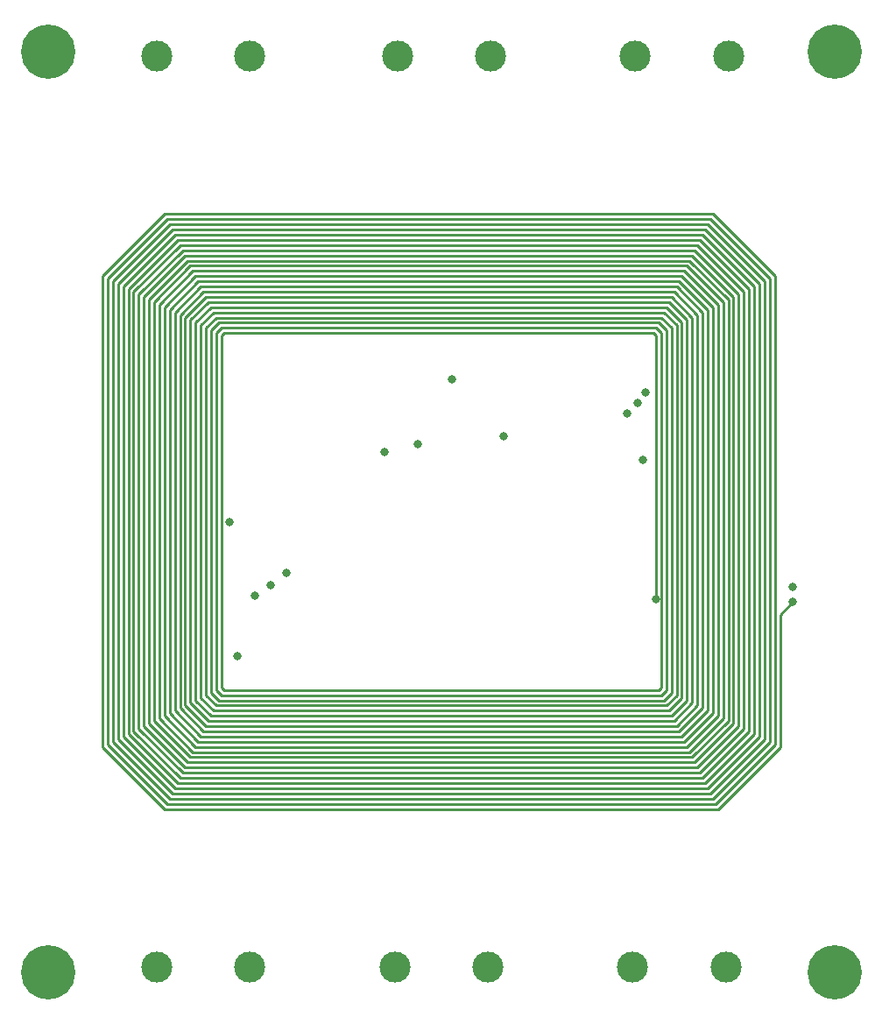
<source format=gbr>
%TF.GenerationSoftware,KiCad,Pcbnew,(5.1.10)-1*%
%TF.CreationDate,2022-05-09T17:55:47-07:00*%
%TF.ProjectId,solar-panel-NoCutout,736f6c61-722d-4706-916e-656c2d4e6f43,1.0*%
%TF.SameCoordinates,Original*%
%TF.FileFunction,Copper,L2,Inr*%
%TF.FilePolarity,Positive*%
%FSLAX46Y46*%
G04 Gerber Fmt 4.6, Leading zero omitted, Abs format (unit mm)*
G04 Created by KiCad (PCBNEW (5.1.10)-1) date 2022-05-09 17:55:47*
%MOMM*%
%LPD*%
G01*
G04 APERTURE LIST*
%TA.AperFunction,ComponentPad*%
%ADD10C,5.250000*%
%TD*%
%TA.AperFunction,ComponentPad*%
%ADD11C,3.000000*%
%TD*%
%TA.AperFunction,ViaPad*%
%ADD12C,0.800000*%
%TD*%
%TA.AperFunction,Conductor*%
%ADD13C,0.250000*%
%TD*%
G04 APERTURE END LIST*
D10*
%TO.N,Net-(J2-Pad1)*%
%TO.C,J2*%
X106500000Y-70300000D03*
%TD*%
%TO.N,Net-(J5-Pad1)*%
%TO.C,J5*%
X182500000Y-159300000D03*
%TD*%
%TO.N,Net-(J4-Pad1)*%
%TO.C,J4*%
X182500000Y-70300000D03*
%TD*%
%TO.N,Net-(J3-Pad1)*%
%TO.C,J3*%
X106500000Y-159300000D03*
%TD*%
D11*
%TO.N,GND*%
%TO.C,SC6*%
X172250000Y-70750000D03*
%TO.N,Net-(SC5-Pad2)*%
X163250000Y-70750000D03*
%TD*%
%TO.N,Net-(SC5-Pad2)*%
%TO.C,SC5*%
X163000000Y-158750000D03*
%TO.N,Net-(D3-Pad2)*%
X172000000Y-158750000D03*
%TD*%
%TO.N,GND*%
%TO.C,SC4*%
X149250000Y-70750000D03*
%TO.N,Net-(SC3-Pad2)*%
X140250000Y-70750000D03*
%TD*%
%TO.N,Net-(SC3-Pad2)*%
%TO.C,SC3*%
X140000000Y-158750000D03*
%TO.N,Net-(D2-Pad2)*%
X149000000Y-158750000D03*
%TD*%
%TO.N,GND*%
%TO.C,SC2*%
X126000000Y-70750000D03*
%TO.N,Net-(SC1-Pad2)*%
X117000000Y-70750000D03*
%TD*%
%TO.N,Net-(SC1-Pad2)*%
%TO.C,SC1*%
X117000000Y-158750000D03*
%TO.N,Net-(D1-Pad2)*%
X126000000Y-158750000D03*
%TD*%
D12*
%TO.N,GND*%
X124000000Y-115750000D03*
X164000000Y-109750000D03*
X145500000Y-102000000D03*
%TO.N,+3V3*%
X164250000Y-103250000D03*
X150500000Y-107500000D03*
X126500000Y-122894997D03*
%TO.N,VSOLAR*%
X124750000Y-128750000D03*
%TO.N,SDA*%
X162500000Y-105250000D03*
X139000000Y-109000000D03*
X129500000Y-120644998D03*
%TO.N,SCL*%
X163500000Y-104250000D03*
X142250000Y-108250000D03*
X128000000Y-121894996D03*
%TO.N,Net-(U2-Pad6)*%
X165250000Y-123250000D03*
X178500000Y-122000000D03*
X178500000Y-123500000D03*
%TD*%
D13*
%TO.N,Net-(U2-Pad6)*%
X123500000Y-97500000D02*
X123250000Y-97750000D01*
X165250000Y-97750000D02*
X165000000Y-97500000D01*
X123500000Y-132000000D02*
X123250000Y-131750000D01*
X165500000Y-132000000D02*
X123500000Y-132000000D01*
X165750000Y-131750000D02*
X165500000Y-132000000D01*
X165750000Y-97500000D02*
X165750000Y-131750000D01*
X165250000Y-97000000D02*
X165750000Y-97500000D01*
X123250000Y-97000000D02*
X165250000Y-97000000D01*
X122750000Y-97500000D02*
X123250000Y-97000000D01*
X122750000Y-132000000D02*
X122750000Y-97500000D01*
X123250000Y-132500000D02*
X122750000Y-132000000D01*
X165750000Y-132500000D02*
X123250000Y-132500000D01*
X166250000Y-132000000D02*
X165750000Y-132500000D01*
X166250000Y-97250000D02*
X166250000Y-132000000D01*
X165500000Y-96500000D02*
X166250000Y-97250000D01*
X123000000Y-96500000D02*
X165500000Y-96500000D01*
X122250000Y-97250000D02*
X123000000Y-96500000D01*
X122250000Y-132250000D02*
X122250000Y-97250000D01*
X123000000Y-133000000D02*
X122250000Y-132250000D01*
X166000000Y-133000000D02*
X123000000Y-133000000D01*
X166750000Y-132250000D02*
X166000000Y-133000000D01*
X166750000Y-97000000D02*
X166750000Y-132250000D01*
X165750000Y-96000000D02*
X166750000Y-97000000D01*
X122750000Y-96000000D02*
X165750000Y-96000000D01*
X121750000Y-97000000D02*
X122750000Y-96000000D01*
X121750000Y-132500000D02*
X121750000Y-97000000D01*
X122750000Y-133500000D02*
X121750000Y-132500000D01*
X166250000Y-133500000D02*
X122750000Y-133500000D01*
X167250000Y-132500000D02*
X166250000Y-133500000D01*
X167250000Y-96750000D02*
X167250000Y-132500000D01*
X166000000Y-95500000D02*
X167250000Y-96750000D01*
X122500000Y-95500000D02*
X166000000Y-95500000D01*
X121250000Y-96750000D02*
X122500000Y-95500000D01*
X121250000Y-132750000D02*
X121250000Y-96750000D01*
X122500000Y-134000000D02*
X121250000Y-132750000D01*
X166500000Y-134000000D02*
X122500000Y-134000000D01*
X167750000Y-132750000D02*
X166500000Y-134000000D01*
X167750000Y-96500000D02*
X167750000Y-132750000D01*
X166250000Y-95000000D02*
X167750000Y-96500000D01*
X122250000Y-95000000D02*
X166250000Y-95000000D01*
X120750000Y-96500000D02*
X122250000Y-95000000D01*
X120750000Y-133000000D02*
X120750000Y-96500000D01*
X122250000Y-134500000D02*
X120750000Y-133000000D01*
X166750000Y-134500000D02*
X122250000Y-134500000D01*
X168250000Y-133000000D02*
X166750000Y-134500000D01*
X168250000Y-96250000D02*
X168250000Y-133000000D01*
X166500000Y-94500000D02*
X168250000Y-96250000D01*
X122000000Y-94500000D02*
X166500000Y-94500000D01*
X120250000Y-96250000D02*
X122000000Y-94500000D01*
X120250000Y-133250000D02*
X120250000Y-96250000D01*
X122000000Y-135000000D02*
X120250000Y-133250000D01*
X167000000Y-135000000D02*
X122000000Y-135000000D01*
X168750000Y-133250000D02*
X167000000Y-135000000D01*
X168750000Y-96000000D02*
X168750000Y-133250000D01*
X166750000Y-94000000D02*
X168750000Y-96000000D01*
X121750000Y-94000000D02*
X166750000Y-94000000D01*
X119750000Y-96000000D02*
X121750000Y-94000000D01*
X119750000Y-133500000D02*
X119750000Y-96000000D01*
X121750000Y-135500000D02*
X119750000Y-133500000D01*
X167250000Y-135500000D02*
X121750000Y-135500000D01*
X169250000Y-133500000D02*
X167250000Y-135500000D01*
X169250000Y-95750000D02*
X169250000Y-133500000D01*
X167000000Y-93500000D02*
X169250000Y-95750000D01*
X173750000Y-135750000D02*
X169500000Y-140000000D01*
X169250000Y-89000000D02*
X173750000Y-93500000D01*
X119250000Y-89000000D02*
X169250000Y-89000000D01*
X114750000Y-93500000D02*
X119250000Y-89000000D01*
X114750000Y-136000000D02*
X114750000Y-93500000D01*
X174250000Y-136000000D02*
X169750000Y-140500000D01*
X174250000Y-93250000D02*
X174250000Y-136000000D01*
X169500000Y-88500000D02*
X174250000Y-93250000D01*
X119000000Y-88500000D02*
X169500000Y-88500000D01*
X174750000Y-136250000D02*
X170000000Y-141000000D01*
X118750000Y-88000000D02*
X169750000Y-88000000D01*
X119250000Y-140500000D02*
X114750000Y-136000000D01*
X113750000Y-93000000D02*
X118750000Y-88000000D01*
X113750000Y-136500000D02*
X113750000Y-93000000D01*
X118750000Y-141500000D02*
X113750000Y-136500000D01*
X170750000Y-134250000D02*
X168000000Y-137000000D01*
X170000000Y-141000000D02*
X119000000Y-141000000D01*
X170250000Y-141500000D02*
X118750000Y-141500000D01*
X175250000Y-136500000D02*
X170250000Y-141500000D01*
X175250000Y-92750000D02*
X175250000Y-136500000D01*
X170000000Y-87500000D02*
X175250000Y-92750000D01*
X118500000Y-87500000D02*
X170000000Y-87500000D01*
X167750000Y-92000000D02*
X170750000Y-95000000D01*
X118000000Y-143000000D02*
X112250000Y-137250000D01*
X171250000Y-143500000D02*
X117750000Y-143500000D01*
X121250000Y-93000000D02*
X167250000Y-93000000D01*
X176750000Y-137250000D02*
X171000000Y-143000000D01*
X169750000Y-95500000D02*
X169750000Y-133750000D01*
X174750000Y-93000000D02*
X174750000Y-136250000D01*
X170750000Y-86000000D02*
X176750000Y-92000000D01*
X118500000Y-142000000D02*
X113250000Y-136750000D01*
X112250000Y-137250000D02*
X112250000Y-92250000D01*
X111750000Y-92000000D02*
X117750000Y-86000000D01*
X118250000Y-87000000D02*
X170250000Y-87000000D01*
X111750000Y-137500000D02*
X111750000Y-92000000D01*
X117750000Y-143500000D02*
X111750000Y-137500000D01*
X173750000Y-93500000D02*
X173750000Y-135750000D01*
X171000000Y-143000000D02*
X118000000Y-143000000D01*
X167500000Y-92500000D02*
X170250000Y-95250000D01*
X114250000Y-93250000D02*
X119000000Y-88500000D01*
X113250000Y-136750000D02*
X113250000Y-92750000D01*
X121000000Y-92500000D02*
X167500000Y-92500000D01*
X177250000Y-137500000D02*
X171250000Y-143500000D01*
X169750000Y-133750000D02*
X167500000Y-136000000D01*
X114250000Y-136250000D02*
X114250000Y-93250000D01*
X117750000Y-86000000D02*
X170750000Y-86000000D01*
X119000000Y-141000000D02*
X114250000Y-136250000D01*
X113250000Y-92750000D02*
X118500000Y-87500000D01*
X121250000Y-136500000D02*
X118750000Y-134000000D01*
X112250000Y-92250000D02*
X118000000Y-86500000D01*
X167750000Y-136500000D02*
X121250000Y-136500000D01*
X169750000Y-140500000D02*
X119250000Y-140500000D01*
X169750000Y-88000000D02*
X174750000Y-93000000D01*
X118000000Y-86500000D02*
X170500000Y-86500000D01*
X117250000Y-134750000D02*
X117250000Y-94750000D01*
X175750000Y-92500000D02*
X175750000Y-136750000D01*
X170500000Y-86500000D02*
X176250000Y-92250000D01*
X121500000Y-136000000D02*
X119250000Y-133750000D01*
X176250000Y-92250000D02*
X176250000Y-137000000D01*
X170250000Y-87000000D02*
X175750000Y-92500000D01*
X176250000Y-137000000D02*
X170750000Y-142500000D01*
X170750000Y-142500000D02*
X118250000Y-142500000D01*
X121000000Y-137000000D02*
X118250000Y-134250000D01*
X118250000Y-142500000D02*
X112750000Y-137000000D01*
X170750000Y-95000000D02*
X170750000Y-134250000D01*
X112750000Y-137000000D02*
X112750000Y-92500000D01*
X169500000Y-140000000D02*
X119500000Y-140000000D01*
X112750000Y-92500000D02*
X118250000Y-87000000D01*
X176750000Y-92000000D02*
X176750000Y-137250000D01*
X170250000Y-134000000D02*
X167750000Y-136500000D01*
X175750000Y-136750000D02*
X170500000Y-142000000D01*
X167250000Y-93000000D02*
X169750000Y-95500000D01*
X170500000Y-142000000D02*
X118500000Y-142000000D01*
X119500000Y-140000000D02*
X115250000Y-135750000D01*
X115250000Y-135750000D02*
X115250000Y-93750000D01*
X115250000Y-93750000D02*
X119500000Y-89500000D01*
X119500000Y-89500000D02*
X169000000Y-89500000D01*
X169000000Y-89500000D02*
X173250000Y-93750000D01*
X173250000Y-93750000D02*
X173250000Y-135500000D01*
X173250000Y-135500000D02*
X169250000Y-139500000D01*
X169250000Y-139500000D02*
X119750000Y-139500000D01*
X119750000Y-139500000D02*
X115750000Y-135500000D01*
X115750000Y-135500000D02*
X115750000Y-94000000D01*
X115750000Y-94000000D02*
X119750000Y-90000000D01*
X119750000Y-90000000D02*
X168750000Y-90000000D01*
X168750000Y-90000000D02*
X172750000Y-94000000D01*
X118750000Y-95500000D02*
X121250000Y-93000000D01*
X172750000Y-94000000D02*
X172750000Y-135250000D01*
X172750000Y-135250000D02*
X169000000Y-139000000D01*
X169000000Y-139000000D02*
X120000000Y-139000000D01*
X120000000Y-139000000D02*
X116250000Y-135250000D01*
X116250000Y-135250000D02*
X116250000Y-94250000D01*
X116250000Y-94250000D02*
X120000000Y-90500000D01*
X120000000Y-90500000D02*
X168500000Y-90500000D01*
X168500000Y-90500000D02*
X172250000Y-94250000D01*
X172250000Y-94250000D02*
X172250000Y-135000000D01*
X172250000Y-135000000D02*
X168750000Y-138500000D01*
X168750000Y-138500000D02*
X120250000Y-138500000D01*
X120250000Y-138500000D02*
X116750000Y-135000000D01*
X116750000Y-135000000D02*
X116750000Y-94500000D01*
X116750000Y-94500000D02*
X120250000Y-91000000D01*
X120250000Y-91000000D02*
X168250000Y-91000000D01*
X168250000Y-91000000D02*
X171750000Y-94500000D01*
X171750000Y-94500000D02*
X171750000Y-134750000D01*
X171750000Y-134750000D02*
X168500000Y-138000000D01*
X168500000Y-138000000D02*
X120500000Y-138000000D01*
X120500000Y-138000000D02*
X117250000Y-134750000D01*
X117250000Y-94750000D02*
X120500000Y-91500000D01*
X120500000Y-91500000D02*
X168000000Y-91500000D01*
X168000000Y-91500000D02*
X171250000Y-94750000D01*
X171250000Y-94750000D02*
X171250000Y-134500000D01*
X171250000Y-134500000D02*
X168250000Y-137500000D01*
X168250000Y-137500000D02*
X120750000Y-137500000D01*
X120750000Y-137500000D02*
X117750000Y-134500000D01*
X117750000Y-134500000D02*
X117750000Y-95000000D01*
X117750000Y-95000000D02*
X120750000Y-92000000D01*
X120750000Y-92000000D02*
X167750000Y-92000000D01*
X168000000Y-137000000D02*
X121000000Y-137000000D01*
X118250000Y-134250000D02*
X118250000Y-95250000D01*
X118250000Y-95250000D02*
X121000000Y-92500000D01*
X170250000Y-95250000D02*
X170250000Y-134000000D01*
X118750000Y-134000000D02*
X118750000Y-95500000D01*
X167500000Y-136000000D02*
X121500000Y-136000000D01*
X119250000Y-133750000D02*
X119250000Y-95750000D01*
X119250000Y-95750000D02*
X121500000Y-93500000D01*
X121500000Y-93500000D02*
X167000000Y-93500000D01*
X123250000Y-131750000D02*
X123250000Y-97750000D01*
X123500000Y-97500000D02*
X165000000Y-97500000D01*
X165250000Y-97750000D02*
X165250000Y-122000000D01*
X165250000Y-122000000D02*
X165250000Y-123250000D01*
X165250000Y-123250000D02*
X165250000Y-123250000D01*
X177250000Y-125250000D02*
X177250000Y-124750000D01*
X177250000Y-137500000D02*
X177250000Y-125250000D01*
X177250000Y-124750000D02*
X178500000Y-123500000D01*
%TD*%
M02*

</source>
